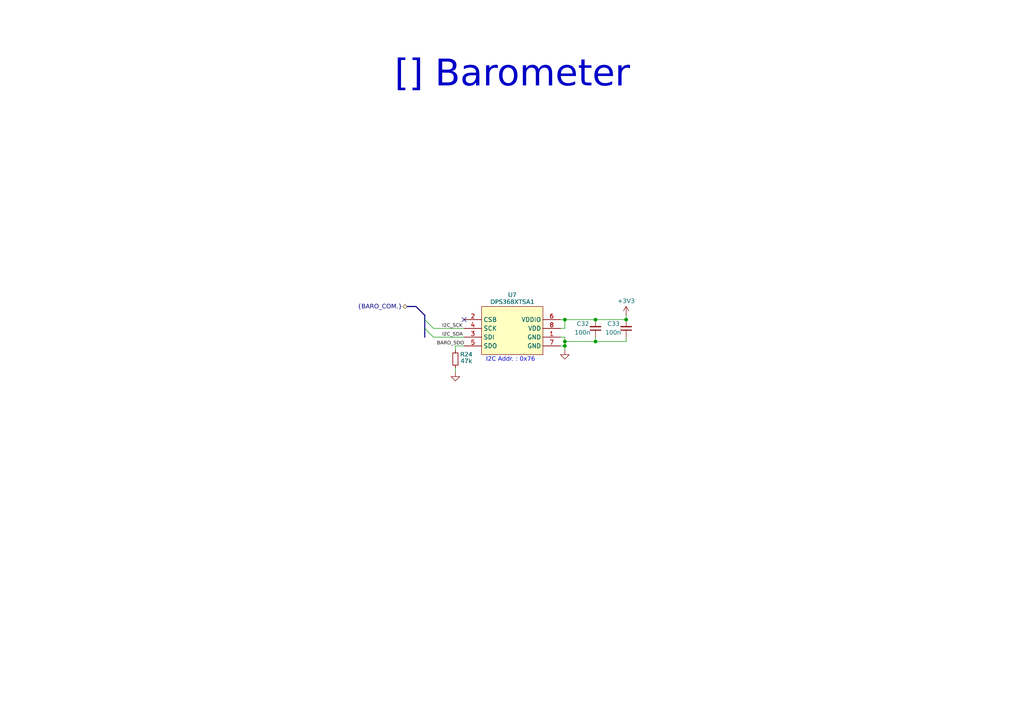
<source format=kicad_sch>
(kicad_sch (version 20231120) (generator "eeschema") (generator_version "8.0")
  (paper "A4")
  (title_block (title "Barometer") (date "2025-09-01") (rev "0.1"))
  (lib_symbols
    (symbol "0_sensor:DPS368XTSA1"
      (property "Reference" "U" (at 0 8.89 0))
      (property "Value" "DPS368XTSA1" (at 0 7.62 0))
      (symbol "DPS368XTSA1_1_1"
        (rectangle (start -8.89 7.62) (end 8.89 -6.35) (fill (type background)))
        (pin power_in line (at 13.97 -1.27 180) (length 5.08) (name "GND") (number "1"))
        (pin unspecified line (at -13.97 3.81 0) (length 5.08) (name "CSB") (number "2"))
        (pin unspecified line (at -13.97 -1.27 0) (length 5.08) (name "SDI") (number "3"))
        (pin input line (at -13.97 1.27 0) (length 5.08) (name "SCK") (number "4"))
        (pin unspecified line (at -13.97 -3.81 0) (length 5.08) (name "SDO") (number "5"))
        (pin power_in line (at 13.97 3.81 180) (length 5.08) (name "VDDIO") (number "6"))
        (pin power_in line (at 13.97 -3.81 180) (length 5.08) (name "GND") (number "7"))
        (pin power_in line (at 13.97 1.27 180) (length 5.08) (name "VDD") (number "8"))
      )
    )
    (symbol "Device:C_Small" (pin_numbers hide) (pin_names (offset 0.254) hide)
      (property "Reference" "C" (at 0.254 1.778 0))
      (property "Value" "C_Small" (at 0.254 -2.032 0))
      (symbol "C_Small_0_1"
        (polyline (pts (xy -1.524 -0.508) (xy 1.524 -0.508)) (stroke (width 0.3302)))
        (polyline (pts (xy -1.524 0.508) (xy 1.524 0.508)) (stroke (width 0.3048)))
      )
      (symbol "C_Small_1_1"
        (pin passive line (at 0 2.54 270) (length 2.032) (name "~") (number "1"))
        (pin passive line (at 0 -2.54 90) (length 2.032) (name "~") (number "2"))
      )
    )
    (symbol "Device:R_Small" (pin_numbers hide) (pin_names (offset 0.254) hide)
      (property "Reference" "R" (at 0.762 0.508 0))
      (property "Value" "R_Small" (at 0.762 -1.016 0))
      (symbol "R_Small_0_1"
        (rectangle (start -0.762 1.778) (end 0.762 -1.778) (stroke (width 0.2032)))
      )
      (symbol "R_Small_1_1"
        (pin passive line (at 0 2.54 270) (length 0.762) (name "~") (number "1"))
        (pin passive line (at 0 -2.54 90) (length 0.762) (name "~") (number "2"))
      )
    )
    (symbol "GND_1" (power) (pin_numbers hide) (pin_names (offset 0) hide)
      (property "Value" "GND" (at 0 -3.81 0))
      (symbol "GND_1_0_1"
        (polyline (pts (xy 0 0) (xy 0 -1.27) (xy 1.27 -1.27) (xy 0 -2.54) (xy -1.27 -1.27) (xy 0 -1.27)))
      )
      (symbol "GND_1_1_1"
        (pin power_in line (at 0 0 270) (length 0) (name "~") (number "1"))
      )
    )
    (symbol "power:+3V3" (power) (pin_numbers hide) (pin_names (offset 0) hide)
      (property "Value" "+3V3" (at 0 3.556 0))
      (symbol "+3V3_0_1"
        (polyline (pts (xy -0.762 1.27) (xy 0 2.54)))
        (polyline (pts (xy 0 0) (xy 0 2.54)))
        (polyline (pts (xy 0 2.54) (xy 0.762 1.27)))
      )
      (symbol "+3V3_1_1"
        (pin power_in line (at 0 0 90) (length 0) (name "~") (number "1"))
      )
    )
  )
  (junction (at 163.83 99.06))
  (junction (at 163.83 92.71))
  (junction (at 172.72 92.71))
  (junction (at 172.72 99.06))
  (junction (at 163.83 100.33))
  (junction (at 181.61 92.71))
  (no_connect (at 134.62 92.71))
  (bus_entry (at 123.19 95.25) (size 2.54 2.54))
  (bus_entry (at 123.19 92.71) (size 2.54 2.54))
  (wire (pts (xy 162.56 95.25) (xy 163.83 95.25)))
  (wire (pts (xy 162.56 97.79) (xy 163.83 97.79)))
  (wire (pts (xy 163.83 97.79) (xy 163.83 99.06)))
  (wire (pts (xy 125.73 97.79) (xy 134.62 97.79)))
  (bus (pts (xy 120.65 88.9) (xy 123.19 91.44)))
  (wire (pts (xy 163.83 100.33) (xy 163.83 101.6)))
  (bus (pts (xy 123.19 91.44) (xy 123.19 92.71)))
  (bus (pts (xy 123.19 95.25) (xy 123.19 97.79)))
  (wire (pts (xy 181.61 91.44) (xy 181.61 92.71)))
  (wire (pts (xy 163.83 92.71) (xy 172.72 92.71)))
  (wire (pts (xy 162.56 92.71) (xy 163.83 92.71)))
  (wire (pts (xy 163.83 99.06) (xy 163.83 100.33)))
  (wire (pts (xy 125.73 95.25) (xy 134.62 95.25)))
  (wire (pts (xy 163.83 95.25) (xy 163.83 92.71)))
  (wire (pts (xy 132.08 100.33) (xy 132.08 101.6)))
  (wire (pts (xy 172.72 99.06) (xy 163.83 99.06)))
  (wire (pts (xy 162.56 100.33) (xy 163.83 100.33)))
  (bus (pts (xy 120.65 88.9) (xy 118.11 88.9)))
  (wire (pts (xy 172.72 99.06) (xy 181.61 99.06)))
  (wire (pts (xy 132.08 106.68) (xy 132.08 107.95)))
  (bus (pts (xy 123.19 92.71) (xy 123.19 95.25)))
  (wire (pts (xy 181.61 92.71) (xy 172.72 92.71)))
  (wire (pts (xy 181.61 97.79) (xy 181.61 99.06)))
  (wire (pts (xy 132.08 100.33) (xy 134.62 100.33)))
  (wire (pts (xy 172.72 97.79) (xy 172.72 99.06)))
  (text_box "[${#}] ${TITLE}" (at 11.43 11.43 0) (size 274.32 22.86) (stroke (width -0.0001)) (effects (font (size 7.62 7.62)) (justify top)))
  (text "I2C Addr. : 0x76" (at 140.97 105.41 0) (effects (font (size 1.27 1.27)) (justify left bottom)))
  (label "I2C_SCK" (at 128.27 95.25 0) (effects (font (size 1.016 1.016))))
  (label "I2C_SDA" (at 128.27 97.79 0) (effects (font (size 1.016 1.016))))
  (label "BARO_SDO" (at 134.62 100.33 180) (effects (font (size 1.016 1.016))))
  (hierarchical_label "{BARO_COM.}" (shape bidirectional) (at 118.11 88.9 180))
  (symbol (lib_id "Device:C_Small") (at 181.61 95.25 180) (unit 1)
    (property "Reference" "C33" (at 179.705 93.98 0) (effects (justify left)))
    (property "Value" "100n" (at 180.34 96.52 0) (effects (justify left)))
    (property "Footprint" "Capacitor_SMD:C_0402_1005Metric" (effects (hide yes)))
    (property "Description" "Multilayer Ceramic Capacitors MLCC - SMD/SMT 16V 0.1uF X7R 0402 10 %" (effects (hide yes)))
    (property "Manufacturer" "TAIYO YUDEN" (effects (hide yes)))
    (property "Mfr Part Number" "MSASE105SB7104KFNA01" (effects (hide yes)))
  )
  (symbol (lib_id "power:+3V3") (at 181.61 91.44 0) (unit 1)
    (property "Reference" "#PWR03" (effects (hide yes)))
    (property "Value" "+3V3" (at 181.61 87.376 0))
    (property "Description" "Power symbol creates a global label with name \"+3V3\"" (effects (hide yes)))
  )
  (symbol (lib_id "0_sensor:DPS368XTSA1") (at 148.59 96.52 0) (unit 1)
    (property "Reference" "U7" (at 148.59 85.598 0))
    (property "Value" "DPS368XTSA1" (at 148.59 87.63 0))
    (property "Footprint" "0_package_lga:Infineon_PG-VLGA-8-2" (effects (hide yes)))
    (property "Datasheet" "https://www.infineon.com/assets/row/public/documents/24/49/infineon-dps368-datasheet-en.pdf" (effects (hide yes)))
    (property "Description" "Digital XENSIVTM barometric pressure sensor" (effects (hide yes)))
    (property "Manufacturer" " Infineon Technologies" (effects (hide yes)))
    (property "Mfr Part Number" "DPS368XTSA1" (effects (hide yes)))
  )
  (symbol (lib_name "GND_1") (lib_id "power:GND") (at 163.83 101.6 0) (unit 1)
    (property "Reference" "#PWR042" (effects (hide yes)))
    (property "Value" "GND" (effects (hide yes)))
    (property "Description" "Power symbol creates a global label with name \"GND\" , ground" (effects (hide yes)))
  )
  (symbol (lib_id "Device:C_Small") (at 172.72 95.25 180) (unit 1)
    (property "Reference" "C32" (at 170.815 93.98 0) (effects (justify left)))
    (property "Value" "100n" (at 171.45 96.52 0) (effects (justify left)))
    (property "Footprint" "Capacitor_SMD:C_0402_1005Metric" (effects (hide yes)))
    (property "Description" "Multilayer Ceramic Capacitors MLCC - SMD/SMT 16V 0.1uF X7R 0402 10 %" (effects (hide yes)))
    (property "Manufacturer" "TAIYO YUDEN" (effects (hide yes)))
    (property "Mfr Part Number" "MSASE105SB7104KFNA01" (effects (hide yes)))
  )
  (symbol (lib_id "Device:R_Small") (at 132.08 104.14 180) (unit 1)
    (property "Reference" "R24" (at 135.255 102.87 0))
    (property "Value" "47k" (at 135.255 104.775 0))
    (property "Footprint" "Resistor_SMD:R_0402_1005Metric" (effects (hide yes)))
    (property "Description" "Thick Film Resistors - SMD 1/16watt 47Kohms 1% Commercial Use" (effects (hide yes)))
    (property "Manufacturer" "Vishay / Dale" (effects (hide yes)))
    (property "Mfr Part Number" "CRCW040247K0FKEDC" (effects (hide yes)))
  )
  (symbol (lib_name "GND_1") (lib_id "power:GND") (at 132.08 107.95 0) (unit 1)
    (property "Reference" "#PWR06" (effects (hide yes)))
    (property "Value" "GND" (effects (hide yes)))
    (property "Description" "Power symbol creates a global label with name \"GND\" , ground" (effects (hide yes)))
  )
)
</source>
